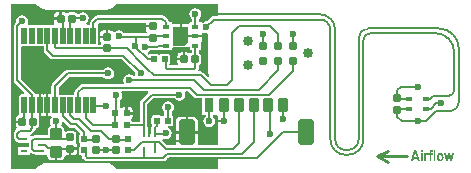
<source format=gtl>
G04*
G04 #@! TF.GenerationSoftware,Altium Limited,Altium Designer,21.0.9 (235)*
G04*
G04 Layer_Physical_Order=1*
G04 Layer_Color=255*
%FSLAX25Y25*%
%MOIN*%
G70*
G04*
G04 #@! TF.SameCoordinates,BF7D474B-E12B-4DDB-9B88-BAE4D01EB7A6*
G04*
G04*
G04 #@! TF.FilePolarity,Positive*
G04*
G01*
G75*
%ADD12C,0.00787*%
%ADD13C,0.01000*%
%ADD32C,0.03347*%
G04:AMPARAMS|DCode=33|XSize=11.81mil|YSize=19.68mil|CornerRadius=1.18mil|HoleSize=0mil|Usage=FLASHONLY|Rotation=270.000|XOffset=0mil|YOffset=0mil|HoleType=Round|Shape=RoundedRectangle|*
%AMROUNDEDRECTD33*
21,1,0.01181,0.01732,0,0,270.0*
21,1,0.00945,0.01968,0,0,270.0*
1,1,0.00236,-0.00866,-0.00472*
1,1,0.00236,-0.00866,0.00472*
1,1,0.00236,0.00866,0.00472*
1,1,0.00236,0.00866,-0.00472*
%
%ADD33ROUNDEDRECTD33*%
%ADD34R,0.01968X0.01181*%
G04:AMPARAMS|DCode=35|XSize=31.5mil|YSize=47.24mil|CornerRadius=3.15mil|HoleSize=0mil|Usage=FLASHONLY|Rotation=0.000|XOffset=0mil|YOffset=0mil|HoleType=Round|Shape=RoundedRectangle|*
%AMROUNDEDRECTD35*
21,1,0.03150,0.04095,0,0,0.0*
21,1,0.02520,0.04724,0,0,0.0*
1,1,0.00630,0.01260,-0.02047*
1,1,0.00630,-0.01260,-0.02047*
1,1,0.00630,-0.01260,0.02047*
1,1,0.00630,0.01260,0.02047*
%
%ADD35ROUNDEDRECTD35*%
%ADD36R,0.03150X0.04724*%
G04:AMPARAMS|DCode=37|XSize=51.18mil|YSize=84.65mil|CornerRadius=5.12mil|HoleSize=0mil|Usage=FLASHONLY|Rotation=0.000|XOffset=0mil|YOffset=0mil|HoleType=Round|Shape=RoundedRectangle|*
%AMROUNDEDRECTD37*
21,1,0.05118,0.07441,0,0,0.0*
21,1,0.04095,0.08465,0,0,0.0*
1,1,0.01024,0.02047,-0.03720*
1,1,0.01024,-0.02047,-0.03720*
1,1,0.01024,-0.02047,0.03720*
1,1,0.01024,0.02047,0.03720*
%
%ADD37ROUNDEDRECTD37*%
G04:AMPARAMS|DCode=38|XSize=21.65mil|YSize=19.68mil|CornerRadius=1.97mil|HoleSize=0mil|Usage=FLASHONLY|Rotation=90.000|XOffset=0mil|YOffset=0mil|HoleType=Round|Shape=RoundedRectangle|*
%AMROUNDEDRECTD38*
21,1,0.02165,0.01575,0,0,90.0*
21,1,0.01772,0.01968,0,0,90.0*
1,1,0.00394,0.00787,0.00886*
1,1,0.00394,0.00787,-0.00886*
1,1,0.00394,-0.00787,-0.00886*
1,1,0.00394,-0.00787,0.00886*
%
%ADD38ROUNDEDRECTD38*%
%ADD39C,0.03100*%
%ADD40R,0.00394X0.00394*%
G04:AMPARAMS|DCode=41|XSize=15.75mil|YSize=21.65mil|CornerRadius=0mil|HoleSize=0mil|Usage=FLASHONLY|Rotation=270.000|XOffset=0mil|YOffset=0mil|HoleType=Round|Shape=RoundedRectangle|*
%AMROUNDEDRECTD41*
21,1,0.01575,0.02165,0,0,270.0*
21,1,0.01575,0.02165,0,0,270.0*
1,1,0.00000,-0.01083,-0.00787*
1,1,0.00000,-0.01083,0.00787*
1,1,0.00000,0.01083,0.00787*
1,1,0.00000,0.01083,-0.00787*
%
%ADD41ROUNDEDRECTD41*%
G04:AMPARAMS|DCode=42|XSize=17.72mil|YSize=55.12mil|CornerRadius=2.66mil|HoleSize=0mil|Usage=FLASHONLY|Rotation=0.000|XOffset=0mil|YOffset=0mil|HoleType=Round|Shape=RoundedRectangle|*
%AMROUNDEDRECTD42*
21,1,0.01772,0.04980,0,0,0.0*
21,1,0.01240,0.05512,0,0,0.0*
1,1,0.00532,0.00620,-0.02490*
1,1,0.00532,-0.00620,-0.02490*
1,1,0.00532,-0.00620,0.02490*
1,1,0.00532,0.00620,0.02490*
%
%ADD42ROUNDEDRECTD42*%
G04:AMPARAMS|DCode=43|XSize=25.2mil|YSize=23.62mil|CornerRadius=2.36mil|HoleSize=0mil|Usage=FLASHONLY|Rotation=180.000|XOffset=0mil|YOffset=0mil|HoleType=Round|Shape=RoundedRectangle|*
%AMROUNDEDRECTD43*
21,1,0.02520,0.01890,0,0,180.0*
21,1,0.02047,0.02362,0,0,180.0*
1,1,0.00472,-0.01024,0.00945*
1,1,0.00472,0.01024,0.00945*
1,1,0.00472,0.01024,-0.00945*
1,1,0.00472,-0.01024,-0.00945*
%
%ADD43ROUNDEDRECTD43*%
%ADD44R,0.02165X0.00984*%
G04:AMPARAMS|DCode=45|XSize=25.2mil|YSize=23.62mil|CornerRadius=2.36mil|HoleSize=0mil|Usage=FLASHONLY|Rotation=270.000|XOffset=0mil|YOffset=0mil|HoleType=Round|Shape=RoundedRectangle|*
%AMROUNDEDRECTD45*
21,1,0.02520,0.01890,0,0,270.0*
21,1,0.02047,0.02362,0,0,270.0*
1,1,0.00472,-0.00945,-0.01024*
1,1,0.00472,-0.00945,0.01024*
1,1,0.00472,0.00945,0.01024*
1,1,0.00472,0.00945,-0.01024*
%
%ADD45ROUNDEDRECTD45*%
G04:AMPARAMS|DCode=46|XSize=37.4mil|YSize=39.37mil|CornerRadius=3.74mil|HoleSize=0mil|Usage=FLASHONLY|Rotation=0.000|XOffset=0mil|YOffset=0mil|HoleType=Round|Shape=RoundedRectangle|*
%AMROUNDEDRECTD46*
21,1,0.03740,0.03189,0,0,0.0*
21,1,0.02992,0.03937,0,0,0.0*
1,1,0.00748,0.01496,-0.01595*
1,1,0.00748,-0.01496,-0.01595*
1,1,0.00748,-0.01496,0.01595*
1,1,0.00748,0.01496,0.01595*
%
%ADD46ROUNDEDRECTD46*%
G04:AMPARAMS|DCode=47|XSize=21.65mil|YSize=19.68mil|CornerRadius=1.97mil|HoleSize=0mil|Usage=FLASHONLY|Rotation=180.000|XOffset=0mil|YOffset=0mil|HoleType=Round|Shape=RoundedRectangle|*
%AMROUNDEDRECTD47*
21,1,0.02165,0.01575,0,0,180.0*
21,1,0.01772,0.01968,0,0,180.0*
1,1,0.00394,-0.00886,0.00787*
1,1,0.00394,0.00886,0.00787*
1,1,0.00394,0.00886,-0.00787*
1,1,0.00394,-0.00886,-0.00787*
%
%ADD47ROUNDEDRECTD47*%
%ADD48R,0.00984X0.02165*%
%ADD49C,0.00591*%
%ADD50C,0.02362*%
G36*
X70866Y52976D02*
X69488D01*
X69027Y52884D01*
X68637Y52623D01*
X68637Y52623D01*
X67183Y51169D01*
X66929Y51220D01*
X66161Y51067D01*
X65752Y50793D01*
X65252Y50953D01*
Y50953D01*
X64590D01*
Y52055D01*
X64744Y52157D01*
X65179Y52809D01*
X65332Y53577D01*
X65179Y54345D01*
X64744Y54996D01*
X64093Y55431D01*
X63325Y55584D01*
X62557Y55431D01*
X61906Y54996D01*
X61471Y54345D01*
X61318Y53577D01*
X61471Y52809D01*
X61906Y52157D01*
X62182Y51973D01*
Y50953D01*
X61512D01*
Y50855D01*
X61012Y50394D01*
X55629Y50394D01*
X55409Y50803D01*
Y50953D01*
X54636D01*
X54558Y51346D01*
X54297Y51737D01*
X54297Y51737D01*
X53214Y52820D01*
X52823Y53081D01*
X52362Y53173D01*
X52362Y53173D01*
X37520D01*
X37520Y53173D01*
X37520Y53173D01*
X30709D01*
X30709Y53173D01*
X30248Y53081D01*
X29857Y52820D01*
X28479Y51442D01*
X28218Y51051D01*
X28126Y50591D01*
X28126Y50590D01*
Y50000D01*
X27495D01*
X27392Y50021D01*
X27065D01*
X26914Y50521D01*
X27249Y50744D01*
X27684Y51396D01*
X27837Y52164D01*
X27684Y52932D01*
X27249Y53583D01*
X26598Y54018D01*
X25829Y54171D01*
X25061Y54018D01*
X24560Y53683D01*
X24364Y53602D01*
X23940Y53779D01*
X23898Y53842D01*
X23560Y54068D01*
X23160Y54147D01*
X21270D01*
X20871Y54068D01*
X20826Y54037D01*
X20260Y53983D01*
X19857Y54253D01*
X19380Y54348D01*
X18829D01*
Y52080D01*
X18436D01*
Y51686D01*
X16246D01*
Y51056D01*
X16341Y50580D01*
X16381Y50521D01*
X16114Y50021D01*
X15915D01*
X15812Y50000D01*
X14700D01*
X14596Y50021D01*
X13356D01*
X13253Y50000D01*
X12141D01*
X12037Y50021D01*
X10797D01*
X10694Y50000D01*
X9582D01*
X9478Y50021D01*
X8238D01*
X8134Y50000D01*
X7690D01*
X7431Y50412D01*
X7438Y50500D01*
X7586Y51245D01*
X7434Y52014D01*
X6999Y52665D01*
X6347Y53100D01*
X5579Y53253D01*
X4811Y53100D01*
X4160Y52665D01*
X3725Y52014D01*
X3572Y51245D01*
X3623Y50992D01*
X3086Y50455D01*
X2824Y50064D01*
X2733Y49603D01*
X2733Y49603D01*
Y31496D01*
X2733Y31496D01*
X2824Y31035D01*
X3086Y30645D01*
X6275Y27455D01*
X6084Y26993D01*
X5679D01*
X5191Y26896D01*
X4778Y26620D01*
X4502Y26206D01*
X4405Y25719D01*
Y20738D01*
X4470Y20412D01*
X4502Y20251D01*
X4184Y19905D01*
X4150Y19877D01*
X3766Y19620D01*
X3496Y19216D01*
X3401Y18740D01*
Y18110D01*
X5590D01*
Y17323D01*
X3401D01*
Y16693D01*
X3496Y16217D01*
X3766Y15813D01*
X3706Y15252D01*
X3086Y14631D01*
X2824Y14240D01*
X2733Y13780D01*
X2733Y13780D01*
Y12598D01*
X2733Y12598D01*
X2824Y12138D01*
X3086Y11747D01*
X3479Y11353D01*
X3479Y11353D01*
X3715Y11117D01*
X4106Y10856D01*
X4374Y10803D01*
Y10689D01*
X7851D01*
Y9311D01*
X4374D01*
Y6752D01*
X8114D01*
Y7192D01*
X8614Y7399D01*
X8833Y7180D01*
X9224Y6919D01*
X9685Y6827D01*
X9886D01*
Y6752D01*
X13626D01*
X14048Y6564D01*
Y6181D01*
X14154Y5651D01*
X14454Y5202D01*
X14903Y4902D01*
X15433Y4796D01*
X16535D01*
Y7776D01*
X17323D01*
Y4796D01*
X18425D01*
X18955Y4902D01*
X19404Y5202D01*
X19705Y5651D01*
X19810Y6181D01*
Y6320D01*
X20310Y6615D01*
X20630Y6551D01*
X21260D01*
Y8740D01*
X21654D01*
Y9134D01*
X23922D01*
Y9685D01*
X23827Y10161D01*
X23557Y10565D01*
X23611Y11130D01*
X23641Y11175D01*
X23721Y11575D01*
Y13465D01*
X23641Y13864D01*
X23415Y14202D01*
X23077Y14429D01*
X22677Y14508D01*
X20630D01*
X20231Y14429D01*
X20109Y14348D01*
X19609Y14611D01*
Y15079D01*
X19519Y15532D01*
X19263Y15916D01*
X18878Y16173D01*
X18768Y16195D01*
X18538Y16750D01*
X18752Y17071D01*
X18848Y17554D01*
X19391Y17718D01*
X21082Y16027D01*
X21082Y16027D01*
X21473Y15766D01*
X21934Y15675D01*
X23140D01*
X24828Y13986D01*
X24782Y13525D01*
X24565Y13199D01*
X24489Y12815D01*
Y11240D01*
X24565Y10856D01*
X24782Y10531D01*
X24924Y10436D01*
Y9879D01*
X24782Y9784D01*
X24565Y9459D01*
X24489Y9075D01*
Y7500D01*
X24565Y7116D01*
X24782Y6790D01*
X25108Y6573D01*
X25253Y6544D01*
X25615Y6255D01*
X25707Y5794D01*
X25968Y5403D01*
X26429Y4942D01*
X26429Y4942D01*
X26820Y4681D01*
X27281Y4589D01*
X27281Y4589D01*
X52644D01*
X52644Y4589D01*
X53105Y4681D01*
X53495Y4942D01*
X54436Y5882D01*
X70866D01*
Y2007D01*
X36887D01*
X36272Y2808D01*
X35450Y3439D01*
X34492Y3836D01*
X33530Y3962D01*
X33463Y3976D01*
X14277Y3977D01*
X13778Y3977D01*
X13778Y3977D01*
X13778Y3977D01*
X13777Y3977D01*
Y3977D01*
X13709Y3963D01*
X12751Y3837D01*
X11793Y3440D01*
X10970Y2809D01*
X10355Y2007D01*
X2007D01*
Y57048D01*
X10357D01*
X10972Y56247D01*
X11794Y55616D01*
X12752Y55220D01*
X13714Y55093D01*
X13781Y55080D01*
X32967Y55078D01*
X33466Y55078D01*
X33466Y55078D01*
X33466Y55078D01*
X33467Y55078D01*
Y55078D01*
X33535Y55092D01*
X34493Y55218D01*
X35451Y55615D01*
X36274Y56246D01*
X36889Y57048D01*
X70866D01*
Y52976D01*
D02*
G37*
G36*
X37520Y50764D02*
X46705D01*
X46945Y50472D01*
Y49921D01*
X49213D01*
Y49134D01*
X46945D01*
Y48583D01*
X47039Y48107D01*
X47266Y47767D01*
X47192Y47498D01*
X47061Y47267D01*
X39417D01*
X39167Y47641D01*
X38516Y48076D01*
X37748Y48229D01*
X36980Y48076D01*
X36430Y47709D01*
X36095Y47690D01*
X35801Y47751D01*
X35762Y47809D01*
X35358Y48079D01*
X34882Y48173D01*
X34252D01*
Y45984D01*
X33858D01*
Y45590D01*
X31590D01*
Y45039D01*
X31685Y44563D01*
X31955Y44159D01*
X31901Y43594D01*
X31870Y43549D01*
X31843Y43409D01*
X31025D01*
Y50000D01*
X31025D01*
X30965Y50365D01*
X31323Y50764D01*
X37520D01*
X37520Y50764D01*
D02*
G37*
G36*
X60921Y44181D02*
X59740Y43000D01*
X56000D01*
Y49457D01*
X60921D01*
Y44181D01*
D02*
G37*
G36*
X12772Y41535D02*
X12772Y41535D01*
X12864Y41075D01*
X13125Y40684D01*
X14897Y38912D01*
X15287Y38651D01*
X15748Y38559D01*
X38871D01*
X43280Y34151D01*
X43251Y34006D01*
X43378Y33369D01*
X43148Y32987D01*
X43040Y32882D01*
X42785Y32874D01*
X42758Y32915D01*
X42107Y33350D01*
X41339Y33503D01*
X40571Y33350D01*
X39919Y32915D01*
X39484Y32264D01*
X39331Y31496D01*
X39476Y30770D01*
X39461Y30648D01*
X39260Y30270D01*
X25810D01*
X25350Y30179D01*
X24959Y29918D01*
X24959Y29918D01*
X23361Y28320D01*
X23100Y27929D01*
X23008Y27468D01*
X23008Y27468D01*
Y26772D01*
X22377D01*
X22274Y26792D01*
X21034D01*
X20930Y26772D01*
X19818D01*
X19715Y26792D01*
X18474D01*
X18371Y26772D01*
X17740D01*
Y29127D01*
X21267Y32654D01*
X32689D01*
X32833Y32439D01*
X33484Y32004D01*
X34252Y31851D01*
X35020Y32004D01*
X35671Y32439D01*
X36106Y33090D01*
X36259Y33858D01*
X36106Y34626D01*
X35671Y35278D01*
X35020Y35713D01*
X34252Y35865D01*
X33484Y35713D01*
X32833Y35278D01*
X32689Y35063D01*
X20768D01*
X20768Y35063D01*
X20307Y34971D01*
X19916Y34710D01*
X19916Y34710D01*
X15684Y30477D01*
X15423Y30087D01*
X15331Y29626D01*
X15331Y29626D01*
Y27318D01*
X15301Y27266D01*
X14831Y26946D01*
X14596Y26993D01*
X13356D01*
X12869Y26896D01*
X12697Y26781D01*
X12525Y26896D01*
X12037Y26993D01*
X10797D01*
X10310Y26896D01*
X9866Y27146D01*
X9838Y27176D01*
X9592Y27544D01*
X9592Y27544D01*
X5141Y31995D01*
Y42728D01*
X5641Y42900D01*
X5679Y42893D01*
X6919D01*
X7023Y42913D01*
X8134D01*
X8238Y42893D01*
X9478D01*
X9582Y42913D01*
X10694D01*
X10797Y42893D01*
X12037D01*
X12141Y42913D01*
X12772D01*
Y41535D01*
D02*
G37*
G36*
X61417Y42520D02*
X61512Y42059D01*
Y41504D01*
X62178D01*
Y40613D01*
X61963Y40571D01*
X61918Y40540D01*
X61352Y40486D01*
X60949Y40756D01*
X60472Y40851D01*
X59921D01*
Y38583D01*
X59527D01*
Y38189D01*
X57338D01*
Y37559D01*
X57433Y37083D01*
X57512Y36965D01*
X57244Y36465D01*
X54818D01*
X54721Y36965D01*
X54928Y37274D01*
X55004Y37658D01*
Y39430D01*
X54928Y39814D01*
X54710Y40140D01*
X54385Y40357D01*
X54001Y40433D01*
X52426D01*
X52042Y40357D01*
X51716Y40140D01*
X51622Y39998D01*
X51064D01*
X50970Y40140D01*
X50644Y40357D01*
X50260Y40433D01*
X48686D01*
X48302Y40357D01*
X47976Y40140D01*
X47715Y40114D01*
X47445Y40421D01*
X47543Y40938D01*
X48058Y41283D01*
X48202Y41498D01*
X50576D01*
X50576Y41498D01*
X51037Y41589D01*
X51169Y41678D01*
X51669Y41504D01*
Y41504D01*
X55409D01*
Y42110D01*
X55910Y42520D01*
X61417Y42520D01*
D02*
G37*
G36*
X66161Y47358D02*
X66929Y47205D01*
X67198Y47259D01*
X67692Y46847D01*
Y33860D01*
X67784Y33399D01*
X68029Y32806D01*
X67605Y32523D01*
X66010Y34118D01*
X65620Y34379D01*
X65159Y34471D01*
X65159Y34471D01*
X64447D01*
X64344Y34613D01*
X64226Y34971D01*
X64420Y35261D01*
X64511Y35722D01*
X64511Y35722D01*
Y36567D01*
X64651Y36595D01*
X64990Y36821D01*
X65216Y37160D01*
X65296Y37559D01*
Y39606D01*
X65216Y40006D01*
X64990Y40344D01*
X64651Y40571D01*
X64586Y40584D01*
Y41504D01*
X65252D01*
Y44457D01*
X65449D01*
Y45835D01*
X63382D01*
Y46622D01*
X65449D01*
Y47233D01*
X65949Y47500D01*
X66161Y47358D01*
D02*
G37*
G36*
X62928Y25920D02*
X62928Y25920D01*
X63319Y25659D01*
X63779Y25567D01*
X65630D01*
Y20059D01*
X66788D01*
Y19498D01*
X66551Y19340D01*
X66116Y18689D01*
X65963Y17921D01*
X66116Y17152D01*
X66551Y16501D01*
X67202Y16066D01*
X67970Y15913D01*
X68738Y16066D01*
X69389Y16501D01*
X69824Y17152D01*
X69977Y17921D01*
X69824Y18689D01*
X69389Y19340D01*
X69196Y19469D01*
Y20059D01*
X70354D01*
X70354Y20059D01*
X70366Y20061D01*
X70866Y19629D01*
Y9866D01*
X64477D01*
X64067Y10366D01*
X64084Y10453D01*
Y13780D01*
X56939D01*
Y10453D01*
X56956Y10366D01*
X56546Y9866D01*
X54042D01*
X52331Y11576D01*
X52650Y11965D01*
X52663Y11956D01*
X53431Y11803D01*
X54199Y11956D01*
X54850Y12391D01*
X55286Y13042D01*
X55438Y13810D01*
X55286Y14579D01*
X54850Y15230D01*
X54227Y15646D01*
X54228Y15724D01*
X54233Y15791D01*
X54324Y16137D01*
X54693Y16210D01*
X54709Y16221D01*
X55020D01*
X55404Y16297D01*
X55729Y16515D01*
X55947Y16840D01*
X56023Y17224D01*
Y18996D01*
X55947Y19380D01*
X55729Y19706D01*
X55460Y19885D01*
Y20986D01*
X55675Y21130D01*
X56110Y21781D01*
X56263Y22549D01*
X56110Y23317D01*
X55675Y23968D01*
X55024Y24403D01*
X54256Y24556D01*
X53488Y24403D01*
X52837Y23968D01*
X52402Y23317D01*
X52249Y22549D01*
X52402Y21781D01*
X52837Y21130D01*
X53052Y20986D01*
Y19917D01*
X52735Y19706D01*
X52641Y19565D01*
X52083D01*
X51989Y19706D01*
X51664Y19923D01*
X51279Y20000D01*
X49705D01*
X49321Y19923D01*
X48995Y19706D01*
X48778Y19380D01*
X48701Y18996D01*
Y17224D01*
X48778Y16840D01*
X48982Y16535D01*
X48887Y16393D01*
X48796Y15933D01*
X48425Y15867D01*
Y13780D01*
X47638D01*
Y15846D01*
X47267D01*
Y23517D01*
X49318Y25567D01*
X56422D01*
X56611Y25285D01*
X57262Y24850D01*
X58030Y24697D01*
X58798Y24850D01*
X59449Y25285D01*
X59884Y25936D01*
X60037Y26704D01*
X59906Y27362D01*
X60179Y27862D01*
X60986D01*
X62928Y25920D01*
D02*
G37*
G36*
X47706Y27362D02*
X45211Y24867D01*
X44950Y24477D01*
X44859Y24016D01*
X44859Y24016D01*
Y17740D01*
X42180D01*
X42167Y17805D01*
X41992Y18067D01*
X41959Y18206D01*
X42019Y18686D01*
X42092Y18735D01*
X42353Y19126D01*
X42444Y19587D01*
Y20079D01*
X40453D01*
Y20472D01*
X40059D01*
Y22562D01*
X39665D01*
X39204Y22471D01*
X38814Y22210D01*
X38329Y22313D01*
X38094Y22500D01*
Y24914D01*
X38309Y25058D01*
X38744Y25709D01*
X38897Y26477D01*
X38744Y27245D01*
X38626Y27421D01*
X38862Y27862D01*
X47499D01*
X47706Y27362D01*
D02*
G37*
G36*
X12869Y19561D02*
X13356Y19464D01*
X14596D01*
X15084Y19561D01*
X15429Y19189D01*
X15430Y19185D01*
X15044Y18607D01*
X14891Y17839D01*
X15044Y17071D01*
X15265Y16739D01*
X15035Y16184D01*
X14980Y16173D01*
X14596Y15916D01*
X14339Y15532D01*
X14249Y15079D01*
Y13173D01*
X13626D01*
Y13248D01*
X9886D01*
Y13248D01*
X9431Y13138D01*
X9145Y13081D01*
X8763Y12825D01*
X8722Y12833D01*
X8256Y13021D01*
X8215Y13349D01*
X8468Y13601D01*
X8521Y13612D01*
X8912Y13873D01*
X9828Y14789D01*
X10089Y15180D01*
X10181Y15641D01*
X10294Y15648D01*
X10315Y15649D01*
X10714Y15729D01*
X11053Y15955D01*
X11279Y16294D01*
X11359Y16693D01*
Y18740D01*
X11314Y18964D01*
X11618Y19464D01*
X12037D01*
X12525Y19561D01*
X12697Y19676D01*
X12869Y19561D01*
D02*
G37*
G36*
X142193Y8319D02*
X142257Y8314D01*
X142331Y8299D01*
X142414Y8284D01*
X142503Y8259D01*
X142592Y8230D01*
X142513Y7738D01*
X142508D01*
X142488Y7743D01*
X142464Y7753D01*
X142429Y7762D01*
X142390Y7767D01*
X142341Y7777D01*
X142247Y7782D01*
X142227D01*
X142208Y7777D01*
X142178Y7772D01*
X142149Y7762D01*
X142119Y7753D01*
X142095Y7733D01*
X142070Y7708D01*
Y7704D01*
X142060Y7694D01*
X142055Y7674D01*
X142045Y7644D01*
X142036Y7610D01*
X142026Y7561D01*
X142021Y7502D01*
X142016Y7428D01*
Y7236D01*
X142449D01*
Y6680D01*
X142016D01*
Y4560D01*
X141435D01*
Y6680D01*
X141111D01*
Y7146D01*
X140934Y6547D01*
X140929Y6552D01*
X140909Y6567D01*
X140879Y6587D01*
X140845Y6606D01*
X140801Y6626D01*
X140756Y6646D01*
X140707Y6660D01*
X140658Y6665D01*
X140638D01*
X140614Y6660D01*
X140584Y6656D01*
X140550Y6641D01*
X140515Y6626D01*
X140476Y6601D01*
X140442Y6572D01*
X140437Y6567D01*
X140427Y6552D01*
X140412Y6532D01*
X140392Y6498D01*
X140373Y6454D01*
X140348Y6400D01*
X140328Y6331D01*
X140314Y6247D01*
Y6242D01*
Y6237D01*
X140309Y6223D01*
Y6203D01*
X140304Y6173D01*
Y6139D01*
X140299Y6100D01*
X140294Y6055D01*
X140289Y5996D01*
Y5937D01*
X140284Y5863D01*
X140279Y5785D01*
Y5701D01*
X140274Y5603D01*
Y5499D01*
Y5386D01*
Y4560D01*
X139694D01*
Y7236D01*
X140235D01*
Y6857D01*
X140240Y6862D01*
X140250Y6877D01*
X140260Y6897D01*
X140284Y6941D01*
X140319Y6995D01*
X140358Y7054D01*
X140397Y7113D01*
X140442Y7167D01*
X140481Y7207D01*
X140486Y7211D01*
X140500Y7221D01*
X140525Y7236D01*
X140555Y7256D01*
X140589Y7271D01*
X140633Y7285D01*
X140683Y7295D01*
X140732Y7300D01*
X140766D01*
X140806Y7295D01*
X140855Y7285D01*
X140914Y7266D01*
X140978Y7241D01*
X141047Y7207D01*
X141111Y7165D01*
Y7236D01*
X141435D01*
Y7438D01*
Y7443D01*
Y7453D01*
Y7472D01*
Y7497D01*
Y7526D01*
X141440Y7561D01*
X141445Y7639D01*
X141450Y7728D01*
X141465Y7812D01*
X141480Y7895D01*
X141504Y7964D01*
X141509Y7974D01*
X141519Y7994D01*
X141534Y8023D01*
X141558Y8058D01*
X141588Y8102D01*
X141627Y8146D01*
X141672Y8186D01*
X141726Y8225D01*
X141730Y8230D01*
X141755Y8240D01*
X141785Y8254D01*
X141829Y8274D01*
X141883Y8294D01*
X141952Y8309D01*
X142026Y8319D01*
X142104Y8323D01*
X142149D01*
X142193Y8319D01*
D02*
G37*
G36*
X139123Y7600D02*
X138542D01*
Y8254D01*
X139123D01*
Y7600D01*
D02*
G37*
G36*
X148820Y4560D02*
X148269D01*
X147886Y6277D01*
X147512Y4560D01*
X146951D01*
X146257Y7236D01*
X146818D01*
X147231Y5480D01*
X147610Y7236D01*
X148166D01*
X148535Y5480D01*
X148958Y7236D01*
X149534D01*
X148820Y4560D01*
D02*
G37*
G36*
X143359D02*
X142779D01*
Y8259D01*
X143359D01*
Y4560D01*
D02*
G37*
G36*
X139123D02*
X138542D01*
Y7236D01*
X139123D01*
Y4560D01*
D02*
G37*
G36*
X138223D02*
X137558D01*
X137293Y5401D01*
X136082D01*
X135831Y4560D01*
X135182D01*
X136358Y8259D01*
X137012D01*
X138223Y4560D01*
D02*
G37*
G36*
X144992Y7295D02*
X145032D01*
X145076Y7285D01*
X145125Y7280D01*
X145184Y7266D01*
X145243Y7246D01*
X145312Y7226D01*
X145376Y7197D01*
X145445Y7162D01*
X145514Y7123D01*
X145583Y7074D01*
X145652Y7020D01*
X145716Y6956D01*
X145775Y6882D01*
X145780Y6877D01*
X145790Y6862D01*
X145804Y6842D01*
X145824Y6808D01*
X145844Y6769D01*
X145873Y6719D01*
X145898Y6665D01*
X145927Y6606D01*
X145957Y6537D01*
X145981Y6464D01*
X146011Y6385D01*
X146031Y6296D01*
X146050Y6208D01*
X146065Y6114D01*
X146075Y6016D01*
X146080Y5913D01*
Y5908D01*
Y5893D01*
Y5873D01*
Y5844D01*
X146075Y5804D01*
X146070Y5765D01*
X146065Y5716D01*
X146060Y5662D01*
X146040Y5544D01*
X146011Y5421D01*
X145972Y5288D01*
X145917Y5160D01*
Y5155D01*
X145913Y5145D01*
X145903Y5130D01*
X145888Y5106D01*
X145853Y5047D01*
X145809Y4973D01*
X145745Y4894D01*
X145676Y4811D01*
X145598Y4732D01*
X145504Y4663D01*
X145499D01*
X145494Y4658D01*
X145480Y4648D01*
X145460Y4638D01*
X145406Y4609D01*
X145337Y4579D01*
X145253Y4550D01*
X145160Y4520D01*
X145056Y4501D01*
X144943Y4496D01*
X144924D01*
X144894Y4501D01*
X144865D01*
X144820Y4505D01*
X144771Y4515D01*
X144717Y4525D01*
X144658Y4545D01*
X144599Y4564D01*
X144530Y4589D01*
X144466Y4619D01*
X144397Y4653D01*
X144328Y4697D01*
X144259Y4747D01*
X144195Y4806D01*
X144132Y4870D01*
X144127Y4874D01*
X144117Y4889D01*
X144102Y4909D01*
X144082Y4938D01*
X144058Y4978D01*
X144028Y5022D01*
X144004Y5081D01*
X143974Y5145D01*
X143940Y5214D01*
X143915Y5293D01*
X143886Y5381D01*
X143861Y5475D01*
X143841Y5578D01*
X143826Y5691D01*
X143817Y5809D01*
X143812Y5932D01*
Y5937D01*
Y5952D01*
Y5972D01*
X143817Y6001D01*
Y6036D01*
X143822Y6075D01*
X143826Y6119D01*
X143831Y6168D01*
X143851Y6282D01*
X143876Y6400D01*
X143915Y6528D01*
X143964Y6651D01*
Y6656D01*
X143974Y6665D01*
X143979Y6680D01*
X143994Y6705D01*
X144028Y6764D01*
X144072Y6833D01*
X144132Y6911D01*
X144205Y6995D01*
X144284Y7069D01*
X144373Y7138D01*
X144378D01*
X144382Y7143D01*
X144397Y7152D01*
X144417Y7162D01*
X144471Y7187D01*
X144540Y7221D01*
X144623Y7251D01*
X144722Y7275D01*
X144830Y7295D01*
X144943Y7300D01*
X144968D01*
X144992Y7295D01*
D02*
G37*
%LPC*%
G36*
X18042Y54348D02*
X17491D01*
X17015Y54253D01*
X16611Y53983D01*
X16341Y53580D01*
X16246Y53104D01*
Y52474D01*
X18042D01*
Y54348D01*
D02*
G37*
G36*
X23922Y8347D02*
X22047D01*
Y6551D01*
X22677D01*
X23153Y6646D01*
X23557Y6915D01*
X23827Y7319D01*
X23922Y7795D01*
Y8347D01*
D02*
G37*
G36*
X33465Y48173D02*
X32835D01*
X32358Y48079D01*
X31955Y47809D01*
X31685Y47405D01*
X31590Y46929D01*
Y46378D01*
X33465D01*
Y48173D01*
D02*
G37*
G36*
X59134Y40851D02*
X58583D01*
X58106Y40756D01*
X57703Y40486D01*
X57433Y40082D01*
X57338Y39606D01*
Y38976D01*
X59134D01*
Y40851D01*
D02*
G37*
G36*
X62559Y19419D02*
X60905D01*
Y14567D01*
X64084D01*
Y17894D01*
X63968Y18477D01*
X63638Y18972D01*
X63143Y19303D01*
X62559Y19419D01*
D02*
G37*
G36*
X60118D02*
X58465D01*
X57881Y19303D01*
X57386Y18972D01*
X57055Y18477D01*
X56939Y17894D01*
Y14567D01*
X60118D01*
Y19419D01*
D02*
G37*
G36*
X41240Y22562D02*
X40846D01*
Y20866D01*
X42444D01*
Y21358D01*
X42353Y21819D01*
X42092Y22210D01*
X41701Y22471D01*
X41240Y22562D01*
D02*
G37*
G36*
X136678Y7394D02*
X136269Y6026D01*
X137096D01*
X136678Y7394D01*
D02*
G37*
G36*
X144978Y6724D02*
X144929D01*
X144904Y6719D01*
X144860Y6715D01*
X144810Y6700D01*
X144751Y6675D01*
X144687Y6636D01*
X144623Y6582D01*
X144594Y6552D01*
X144564Y6513D01*
X144560Y6503D01*
X144540Y6474D01*
X144515Y6424D01*
X144486Y6355D01*
X144456Y6272D01*
X144432Y6163D01*
X144412Y6041D01*
X144407Y5898D01*
Y5893D01*
Y5878D01*
Y5858D01*
X144412Y5829D01*
Y5794D01*
X144417Y5760D01*
X144427Y5667D01*
X144446Y5568D01*
X144476Y5465D01*
X144510Y5367D01*
X144564Y5278D01*
X144569Y5268D01*
X144594Y5243D01*
X144628Y5214D01*
X144673Y5175D01*
X144727Y5135D01*
X144791Y5106D01*
X144865Y5081D01*
X144948Y5071D01*
X144958D01*
X144988Y5076D01*
X145027Y5081D01*
X145081Y5096D01*
X145140Y5121D01*
X145204Y5160D01*
X145268Y5209D01*
X145327Y5278D01*
Y5283D01*
X145332Y5288D01*
X145342Y5302D01*
X145352Y5317D01*
X145376Y5367D01*
X145406Y5435D01*
X145435Y5524D01*
X145460Y5632D01*
X145480Y5755D01*
X145484Y5903D01*
Y5908D01*
Y5922D01*
Y5942D01*
Y5967D01*
X145480Y6001D01*
X145475Y6041D01*
X145465Y6129D01*
X145445Y6227D01*
X145416Y6331D01*
X145376Y6424D01*
X145322Y6513D01*
Y6518D01*
X145317Y6523D01*
X145293Y6547D01*
X145258Y6582D01*
X145214Y6621D01*
X145160Y6656D01*
X145096Y6690D01*
X145022Y6715D01*
X144978Y6724D01*
D02*
G37*
%LPD*%
D12*
X147832Y26369D02*
G03*
X149606Y28144I0J1775D01*
G01*
X148194Y21226D02*
G03*
X151181Y24213I0J2987D01*
G01*
X149606Y40945D02*
G03*
X143338Y47213I-6268J0D01*
G01*
X121684Y47244D02*
G03*
X119353Y44913I0J-2331D01*
G01*
X114204Y6693D02*
G03*
X119353Y11842I0J5149D01*
G01*
X108329Y11811D02*
G03*
X113478Y6662I5149J0D01*
G01*
X108299Y48425D02*
G03*
X104952Y51772I-3347J0D01*
G01*
X151181Y42126D02*
G03*
X144517Y48790I-6664J0D01*
G01*
X120897Y48850D02*
G03*
X117747Y45700I0J-3150D01*
G01*
X114204Y8299D02*
G03*
X117747Y11842I0J3543D01*
G01*
X109935Y11811D02*
G03*
X113478Y8268I3543J0D01*
G01*
X109904Y48425D02*
G03*
X104786Y53543I-5118J0D01*
G01*
X130709Y28248D02*
X131890Y29429D01*
X137402D01*
X130709Y19339D02*
X132134Y17913D01*
X140376D02*
X143689Y21226D01*
X132134Y17913D02*
X137402D01*
X140376D01*
X141745Y22060D02*
X143504Y23819D01*
X145276D01*
X143689Y21226D02*
X148194D01*
X149606Y28144D02*
Y40945D01*
X151181Y24213D02*
Y42126D01*
X144688Y26369D02*
X147832D01*
X144679Y26378D02*
X144688Y26369D01*
X142722Y26378D02*
X144679D01*
X141684Y25340D02*
X142722Y26378D01*
X121684Y47244D02*
X143338D01*
X119353Y11842D02*
Y44913D01*
X108329Y11811D02*
Y48425D01*
X113478Y6662D02*
Y6693D01*
X114204D01*
X69488Y51772D02*
X104952D01*
X140157Y25197D02*
X140301Y25340D01*
X141684D01*
X85945Y43051D02*
Y47217D01*
X58508Y56184D02*
X59813D01*
X58461Y46228D02*
Y56232D01*
X117747Y11842D02*
Y45700D01*
X114173Y8268D02*
X114204Y8299D01*
X113478Y8268D02*
X114173D01*
X72913Y17724D02*
Y23209D01*
X109935Y11811D02*
Y48425D01*
X55933Y11417D02*
X61417D01*
X18287Y52087D02*
X19094Y51279D01*
X33661Y8268D02*
X37402D01*
X3740Y3740D02*
X9808D01*
X140157Y22047D02*
X140171Y22060D01*
X141745D01*
X95945Y43051D02*
Y47217D01*
X22347Y51948D02*
X22562Y52164D01*
X8976Y15641D02*
Y23346D01*
X130709Y25512D02*
Y28248D01*
X63382Y46228D02*
X66370D01*
X58461D02*
X63382D01*
X2362Y5118D02*
X3740Y3740D01*
X36768Y56232D02*
X57837D01*
X58413Y56184D02*
X58461Y56232D01*
X57884Y56184D02*
X58413D01*
X57837Y56232D02*
X57884Y56184D01*
X9808Y3740D02*
X10400Y4332D01*
X16468D01*
X130709Y19339D02*
Y21732D01*
X131024Y22047D02*
X134646D01*
X130709Y21732D02*
X131024Y22047D01*
X130709Y25512D02*
X131024Y25197D01*
X4882Y14724D02*
X8060D01*
X8976Y15641D01*
X3937Y13780D02*
X4882Y14724D01*
X6299Y19291D02*
Y23228D01*
X5197Y18189D02*
X6299Y19291D01*
X5197Y18110D02*
Y18189D01*
X9184Y28476D02*
X9843Y29134D01*
X8741Y23346D02*
X8858Y23228D01*
X8741Y23346D02*
Y26692D01*
X3937Y31496D02*
X8741Y26692D01*
X9843Y29134D02*
X11417D01*
X3935Y54723D02*
X35260D01*
X29721Y22838D02*
X33532D01*
X41951Y49528D02*
X49213D01*
X41706Y49282D02*
X41951Y49528D01*
X35281Y49282D02*
X41706D01*
X34957Y49606D02*
X35281Y49282D01*
X37748Y46222D02*
X37907Y46063D01*
X48898D01*
X49213Y45748D01*
X39370Y39764D02*
X45128Y34006D01*
X15748Y39764D02*
X39370D01*
X13976Y41535D02*
X15748Y39764D01*
X11417Y19685D02*
Y23228D01*
Y19685D02*
X12992Y18110D01*
X13976Y17913D02*
Y23228D01*
X13780Y17717D02*
X13976Y17913D01*
X3937Y31496D02*
Y49603D01*
X5579Y51245D01*
X22562Y52164D02*
X25829D01*
X22215Y52080D02*
X22347Y51948D01*
X63732Y4331D02*
X66831D01*
X68012Y5512D01*
X83858D01*
X43307Y42667D02*
Y42913D01*
X47430Y38544D02*
X49473D01*
X43307Y42667D02*
X47430Y38544D01*
X46639Y42702D02*
X50576D01*
X50953Y43079D01*
X66142Y28346D02*
X84449D01*
X90945Y34843D02*
Y38051D01*
X84449Y28346D02*
X90945Y34843D01*
X63779Y26772D02*
X87992D01*
X95945Y34724D02*
Y38051D01*
X87992Y26772D02*
X95945Y34724D01*
X70332Y17921D02*
X72891D01*
X21654Y19912D02*
Y23228D01*
X22956Y18609D02*
X24485D01*
X21654Y19912D02*
X22956Y18609D01*
X29331Y16535D02*
X36713D01*
X26772Y19094D02*
Y23228D01*
Y19094D02*
X29331Y16535D01*
X28626Y14469D02*
X31988D01*
X24485Y18609D02*
X28626Y14469D01*
X21934Y16879D02*
X23639D01*
X26378Y11713D02*
Y14140D01*
X23639Y16879D02*
X26378Y14140D01*
X31988Y14469D02*
X34409Y12047D01*
X37306D02*
X37562Y11791D01*
X34409Y12047D02*
X37306D01*
X30315Y8268D02*
X33661D01*
X83858Y5512D02*
X92520Y14173D01*
X42837Y8366D02*
X45495Y11024D01*
X40945Y8366D02*
X42837D01*
X45495Y11024D02*
X49989D01*
X63729Y4328D02*
X63732Y4331D01*
X63311Y4747D02*
X63729Y4328D01*
X49989Y7885D02*
Y11024D01*
X51181D01*
X53543Y8661D01*
X41339Y31496D02*
X62975D01*
X62984Y31487D01*
X45128Y34006D02*
X45258D01*
X36713Y20472D02*
X36889Y20649D01*
Y26477D01*
X62984Y31487D02*
X62992Y31496D01*
X66142Y28346D01*
X43307Y42913D02*
X43397Y43003D01*
X87677Y23209D02*
X88189Y22697D01*
Y13780D02*
Y22697D01*
X92520Y14173D02*
X100079D01*
X90945Y43051D02*
Y47043D01*
X88381Y49606D02*
X90945Y47043D01*
X75590Y31496D02*
Y47244D01*
X77953Y49606D02*
X88381D01*
X75590Y47244D02*
X77953Y49606D01*
X46063Y5793D02*
X52644D01*
X78740Y7087D02*
X82756Y11102D01*
X53937Y7087D02*
X78740D01*
X52644Y5793D02*
X53937Y7087D01*
X75984Y8661D02*
X77835Y10512D01*
X53543Y8661D02*
X75984D01*
X48031Y20511D02*
X49803Y22282D01*
X50035D01*
X54256Y17415D02*
Y22549D01*
Y17415D02*
X54290Y17381D01*
X54232Y17323D02*
X54290Y17381D01*
X46063Y24016D02*
X48819Y26772D01*
X57962D02*
X58030Y26704D01*
X48819Y26772D02*
X57962D01*
X92598Y23209D02*
Y23969D01*
Y18484D02*
Y23209D01*
X67992Y17724D02*
Y23209D01*
X16898Y13454D02*
Y17839D01*
X16929Y4793D02*
Y7776D01*
X16468Y4332D02*
X16929Y4793D01*
X17894Y8740D02*
X21654D01*
X16929Y7776D02*
X17894Y8740D01*
X16150Y12707D02*
X16898Y13454D01*
X46063Y16535D02*
Y24016D01*
Y13780D02*
Y16535D01*
X40453D02*
X46063D01*
X24213Y23228D02*
Y27468D01*
X25810Y29066D01*
X61485D01*
X50000Y13780D02*
X53400D01*
X53431Y13810D01*
X50489Y16422D02*
Y18110D01*
X50000Y15933D02*
X50489Y16422D01*
X50000Y13780D02*
Y15933D01*
X87677Y23209D02*
Y23694D01*
X48031Y13780D02*
Y20511D01*
X77835Y10512D02*
Y23209D01*
X82756Y11102D02*
Y23209D01*
X27281Y5793D02*
X46063D01*
Y7874D01*
X49989Y7885D02*
X50000Y7874D01*
X40453Y20472D02*
Y23797D01*
X40390Y23860D02*
X40453Y23797D01*
X36713Y16535D02*
Y20472D01*
X87216Y24155D02*
X87677Y23694D01*
X61485Y29066D02*
X63779Y26772D01*
X74016Y29921D02*
X75590Y31496D01*
X68504Y29921D02*
X74016D01*
X66535Y35433D02*
Y46063D01*
X66370Y46228D02*
X66534Y46064D01*
X92620Y23772D02*
Y23947D01*
X92598Y23969D02*
X92620Y23947D01*
X49411Y33266D02*
X65159D01*
X47244Y35433D02*
X49411Y33266D01*
X47244Y35433D02*
X47244D01*
X19212Y19600D02*
X21934Y16879D01*
X19212Y19600D02*
Y23111D01*
X19094Y23228D02*
X19212Y23111D01*
X21654Y23228D02*
X21654Y23228D01*
X37562Y11791D02*
X41260D01*
X65028Y56232D02*
X67716Y53543D01*
X59813Y56184D02*
X59860Y56232D01*
X65028D01*
X65159Y33266D02*
X68504Y29921D01*
X45628Y37049D02*
X47244Y35433D01*
X53445Y35722D02*
X53906Y35261D01*
X53445Y35722D02*
Y38583D01*
X62846Y35261D02*
X63307Y35722D01*
Y38583D01*
X53906Y35261D02*
X62846D01*
X40472Y42205D02*
X45628Y37049D01*
X45628D01*
X33858Y42205D02*
X40472D01*
X16997D02*
X33858D01*
Y48507D02*
X34957Y49606D01*
X33858Y45984D02*
Y48507D01*
X16535Y42666D02*
X16997Y42205D01*
X16535Y42666D02*
Y46457D01*
X29331Y50591D02*
X30709Y51968D01*
X37520Y51968D02*
X52362D01*
X37520Y51968D02*
X37520Y51968D01*
X30709Y51968D02*
X37520D01*
X30315Y11732D02*
Y12047D01*
X29331Y23228D02*
X29721Y22838D01*
X20768Y33858D02*
X34252D01*
X16535Y29626D02*
X20768Y33858D01*
X26544Y7972D02*
X26819Y7697D01*
Y6255D02*
X27281Y5793D01*
X26819Y6255D02*
Y7697D01*
X2362Y5118D02*
Y53150D01*
X35260Y54723D02*
X36768Y56232D01*
X2362Y53150D02*
X3935Y54723D01*
X49693Y46228D02*
X53539D01*
X49213Y45748D02*
X49693Y46228D01*
X56310Y38583D02*
X59527D01*
X56309Y38584D02*
X56310Y38583D01*
X43397Y43003D02*
Y45748D01*
X63382Y38658D02*
Y43079D01*
X63307Y38583D02*
X63382Y38658D01*
X66929Y49213D02*
X69488Y51772D01*
X67716Y53543D02*
X104724D01*
X63382Y49378D02*
X63386Y49382D01*
Y53032D01*
X50953Y43079D02*
X53539D01*
X26378Y11713D02*
X30295D01*
X30315Y11732D01*
X13976Y41535D02*
Y46457D01*
X53446Y49472D02*
X53539Y49378D01*
X53446Y49472D02*
Y50885D01*
X52362Y51968D02*
X53446Y50885D01*
X29331Y46457D02*
Y50591D01*
X16142Y12126D02*
X20945D01*
X20965Y12106D01*
X21260D01*
X9685Y8032D02*
X11756D01*
X9055Y8661D02*
X9685Y8032D01*
X9055Y8661D02*
Y11417D01*
X9606Y11969D02*
X11756D01*
X9055Y11417D02*
X9606Y11969D01*
X11854Y9902D02*
X13327D01*
X11756Y10000D02*
X11854Y9902D01*
X13327D02*
X14313Y8916D01*
X15573D01*
X11756Y11969D02*
X15984D01*
X16142Y12126D01*
X11417Y29134D02*
X12992D01*
X11417Y23228D02*
X11417Y23228D01*
Y29134D01*
X13976Y23228D02*
Y28150D01*
X12992Y29134D02*
X13976Y28150D01*
X3937Y12598D02*
Y13780D01*
X4331Y12205D02*
X4567Y11969D01*
X4331Y12205D02*
Y12205D01*
X3937Y12598D02*
X4331Y12205D01*
X4567Y11969D02*
X6244D01*
X16535Y23228D02*
Y29626D01*
X19094Y46457D02*
Y51279D01*
X18287Y52087D02*
Y52165D01*
X21654Y46457D02*
Y51752D01*
X22067Y52165D01*
X120897Y48819D02*
X144517D01*
D13*
X123765Y6134D02*
X134001D01*
X123765D02*
X127702Y4166D01*
X123765Y6134D02*
X127702Y8103D01*
X123765Y6134D02*
X127702Y4166D01*
D32*
X80945Y44551D02*
D03*
Y36551D02*
D03*
X100945Y40551D02*
D03*
D33*
X140157Y22047D02*
D03*
D34*
Y25197D02*
D03*
X134646Y22047D02*
D03*
Y25197D02*
D03*
D35*
X72913Y23209D02*
D03*
X82756D02*
D03*
X77835D02*
D03*
X87677D02*
D03*
X92598D02*
D03*
D36*
X67992D02*
D03*
D37*
X60512Y14173D02*
D03*
X100079D02*
D03*
D38*
X54232Y18110D02*
D03*
X50492D02*
D03*
X49473Y38544D02*
D03*
X53213D02*
D03*
X36713Y20472D02*
D03*
X40453D02*
D03*
Y16535D02*
D03*
X36713D02*
D03*
D39*
X85945Y38051D02*
D03*
X95945Y43051D02*
D03*
Y38051D02*
D03*
X90945Y43051D02*
D03*
X85945D02*
D03*
X90945Y38051D02*
D03*
D40*
X58461Y46228D02*
D03*
D41*
X63382Y43079D02*
D03*
Y46228D02*
D03*
Y49378D02*
D03*
X53539Y43079D02*
D03*
Y46228D02*
D03*
Y49378D02*
D03*
D42*
X6299Y23228D02*
D03*
X8858D02*
D03*
X11417D02*
D03*
X13976D02*
D03*
X16535D02*
D03*
X19094D02*
D03*
X21654D02*
D03*
X24213D02*
D03*
X26772D02*
D03*
X29331D02*
D03*
X6299Y46457D02*
D03*
X8858D02*
D03*
X11417D02*
D03*
X13976D02*
D03*
X16535D02*
D03*
X19094D02*
D03*
X21654D02*
D03*
X24213D02*
D03*
X26772D02*
D03*
X29331D02*
D03*
D43*
X33858Y45984D02*
D03*
Y42205D02*
D03*
X49213Y45748D02*
D03*
Y49528D02*
D03*
X130709Y21732D02*
D03*
Y25512D02*
D03*
X21654Y12520D02*
D03*
Y8740D02*
D03*
X30315Y12047D02*
D03*
Y8268D02*
D03*
X37008Y12126D02*
D03*
Y8347D02*
D03*
D44*
X11756Y8032D02*
D03*
Y10000D02*
D03*
Y11969D02*
D03*
X6244D02*
D03*
Y8032D02*
D03*
D45*
X9370Y17717D02*
D03*
X5590D02*
D03*
X22215Y52080D02*
D03*
X18436D02*
D03*
X63307Y38583D02*
D03*
X59527D02*
D03*
D46*
X16929Y13484D02*
D03*
Y7776D02*
D03*
D47*
X26378Y8287D02*
D03*
Y12028D02*
D03*
X40945Y8366D02*
D03*
Y12106D02*
D03*
D48*
X50000Y13780D02*
D03*
X48031D02*
D03*
X46063D02*
D03*
Y8268D02*
D03*
X50000D02*
D03*
D49*
X131024Y25197D02*
X134646D01*
D50*
X137402Y29429D02*
D03*
Y17913D02*
D03*
X145276Y23819D02*
D03*
X63325Y53577D02*
D03*
X41706Y49282D02*
D03*
X37748Y46222D02*
D03*
X5579Y51245D02*
D03*
X25829Y52164D02*
D03*
X54823Y4626D02*
D03*
X33661Y8268D02*
D03*
X55158Y11112D02*
D03*
X67829Y11221D02*
D03*
X41339Y31496D02*
D03*
X45258Y34006D02*
D03*
X36889Y26477D02*
D03*
X46639Y42702D02*
D03*
X43307Y42913D02*
D03*
X88189Y13780D02*
D03*
X50035Y22282D02*
D03*
X54256Y22549D02*
D03*
X58611Y55883D02*
D03*
X16898Y17839D02*
D03*
X53431Y13810D02*
D03*
X67970Y17921D02*
D03*
X72891D02*
D03*
X92598Y18484D02*
D03*
X40390Y23860D02*
D03*
X95967Y47020D02*
D03*
X85967D02*
D03*
X58030Y26704D02*
D03*
X33532Y22838D02*
D03*
X6247Y5263D02*
D03*
X66535Y35433D02*
D03*
Y46063D02*
D03*
X37402Y37402D02*
D03*
X34252Y33858D02*
D03*
X56309Y38584D02*
D03*
X66929Y49213D02*
D03*
X12598Y15354D02*
D03*
M02*

</source>
